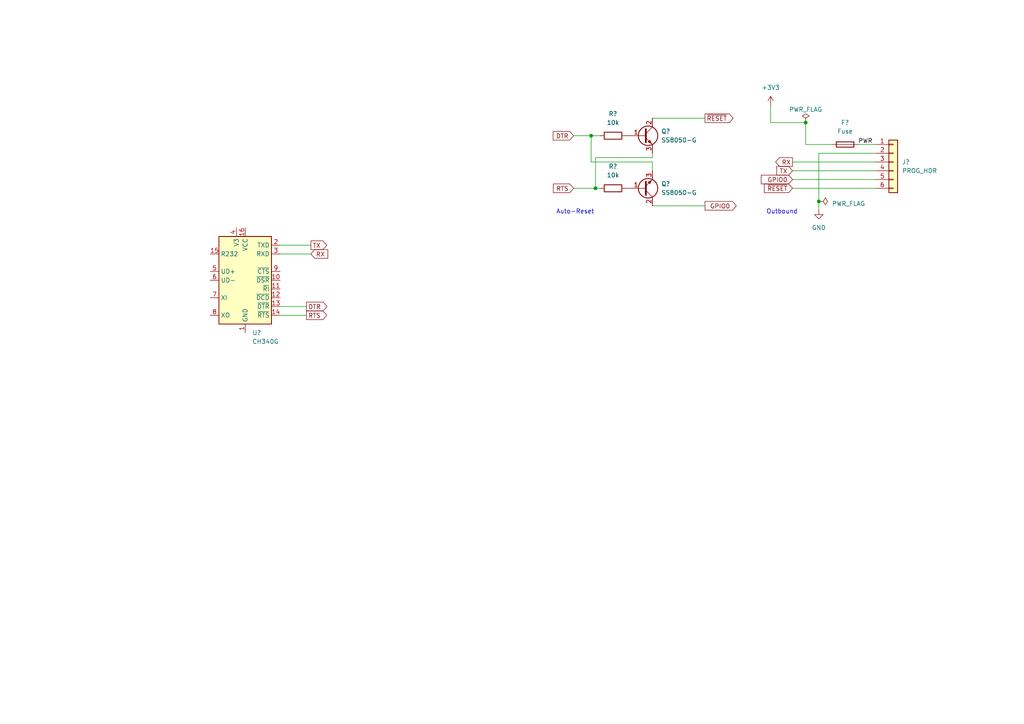
<source format=kicad_sch>
(kicad_sch (version 20230121) (generator eeschema)
  (paper "A4")
  (title_block (company "chof.org"))
  (lib_symbols
    (symbol "Connector_Generic:Conn_01x06" (pin_names (offset 1.016) hide)
      (property "Reference" "J" (at 0 7.62 0))
      (property "Value" "Conn_01x06" (at 0 -10.16 0))
      (symbol "Conn_01x06_1_1"
        (rectangle (start -1.27 -7.493) (end 0 -7.747) (stroke (width 0.1524)))
        (rectangle (start -1.27 -4.953) (end 0 -5.207) (stroke (width 0.1524)))
        (rectangle (start -1.27 -2.413) (end 0 -2.667) (stroke (width 0.1524)))
        (rectangle (start -1.27 0.127) (end 0 -0.127) (stroke (width 0.1524)))
        (rectangle (start -1.27 2.667) (end 0 2.413) (stroke (width 0.1524)))
        (rectangle (start -1.27 5.207) (end 0 4.953) (stroke (width 0.1524)))
        (rectangle (start -1.27 6.35) (end 1.27 -8.89) (stroke (width 0.254)) (fill (type background)))
        (pin passive line (at -5.08 5.08 0) (length 3.81) (name "Pin_1") (number "1"))
        (pin passive line (at -5.08 2.54 0) (length 3.81) (name "Pin_2") (number "2"))
        (pin passive line (at -5.08 0 0) (length 3.81) (name "Pin_3") (number "3"))
        (pin passive line (at -5.08 -2.54 0) (length 3.81) (name "Pin_4") (number "4"))
        (pin passive line (at -5.08 -5.08 0) (length 3.81) (name "Pin_5") (number "5"))
        (pin passive line (at -5.08 -7.62 0) (length 3.81) (name "Pin_6") (number "6"))
      )
    )
    (symbol "Device:Fuse" (pin_numbers hide) (pin_names (offset 0))
      (property "Reference" "F" (at 2.032 0 90))
      (property "Value" "Fuse" (at -1.905 0 90))
      (symbol "Fuse_0_1"
        (rectangle (start -0.762 -2.54) (end 0.762 2.54) (stroke (width 0.254)))
        (polyline (pts (xy 0 2.54) (xy 0 -2.54)))
      )
      (symbol "Fuse_1_1"
        (pin passive line (at 0 3.81 270) (length 1.27) (name "~") (number "1"))
        (pin passive line (at 0 -3.81 90) (length 1.27) (name "~") (number "2"))
      )
    )
    (symbol "Device:Q_NPN_BCE" (pin_names (offset 0) hide)
      (property "Reference" "Q" (at 5.08 1.27 0))
      (property "Value" "Q_NPN_BCE" (at 5.08 -1.27 0))
      (symbol "Q_NPN_BCE_0_1"
        (polyline (pts (xy 0.635 0.635) (xy 2.54 2.54)))
        (polyline (pts (xy 0.635 -0.635) (xy 2.54 -2.54) (xy 2.54 -2.54)))
        (polyline (pts (xy 0.635 1.905) (xy 0.635 -1.905) (xy 0.635 -1.905)) (stroke (width 0.508)))
        (polyline (pts (xy 1.27 -1.778) (xy 1.778 -1.27) (xy 2.286 -2.286) (xy 1.27 -1.778) (xy 1.27 -1.778)) (fill (type outline)))
        (circle (center 1.27 0) (radius 2.8194) (stroke (width 0.254)))
      )
      (symbol "Q_NPN_BCE_1_1"
        (pin input line (at -5.08 0 0) (length 5.715) (name "B") (number "1"))
        (pin passive line (at 2.54 5.08 270) (length 2.54) (name "C") (number "2"))
        (pin passive line (at 2.54 -5.08 90) (length 2.54) (name "E") (number "3"))
      )
    )
    (symbol "Device:R" (pin_numbers hide) (pin_names (offset 0))
      (property "Reference" "R" (at 2.032 0 90))
      (property "Value" "R" (at 0 0 90))
      (symbol "R_0_1"
        (rectangle (start -1.016 -2.54) (end 1.016 2.54) (stroke (width 0.254)))
      )
      (symbol "R_1_1"
        (pin passive line (at 0 3.81 270) (length 1.27) (name "~") (number "1"))
        (pin passive line (at 0 -3.81 90) (length 1.27) (name "~") (number "2"))
      )
    )
    (symbol "Interface_USB:CH340G"
      (property "Reference" "U" (at -5.08 13.97 0))
      (property "Value" "CH340G" (at 1.27 13.97 0))
      (symbol "CH340G_0_1"
        (rectangle (start -7.62 12.7) (end 7.62 -12.7) (stroke (width 0.254)) (fill (type background)))
      )
      (symbol "CH340G_1_1"
        (pin power_in line (at 0 -15.24 90) (length 2.54) (name "GND") (number "1"))
        (pin input line (at 10.16 0 180) (length 2.54) (name "~{DSR}") (number "10"))
        (pin input line (at 10.16 -2.54 180) (length 2.54) (name "~{RI}") (number "11"))
        (pin input line (at 10.16 -5.08 180) (length 2.54) (name "~{DCD}") (number "12"))
        (pin output line (at 10.16 -7.62 180) (length 2.54) (name "~{DTR}") (number "13"))
        (pin output line (at 10.16 -10.16 180) (length 2.54) (name "~{RTS}") (number "14"))
        (pin input line (at -10.16 7.62 0) (length 2.54) (name "R232") (number "15"))
        (pin power_in line (at 0 15.24 270) (length 2.54) (name "VCC") (number "16"))
        (pin output line (at 10.16 10.16 180) (length 2.54) (name "TXD") (number "2"))
        (pin input line (at 10.16 7.62 180) (length 2.54) (name "RXD") (number "3"))
        (pin passive line (at -2.54 15.24 270) (length 2.54) (name "V3") (number "4"))
        (pin bidirectional line (at -10.16 2.54 0) (length 2.54) (name "UD+") (number "5"))
        (pin bidirectional line (at -10.16 0 0) (length 2.54) (name "UD-") (number "6"))
        (pin input line (at -10.16 -5.08 0) (length 2.54) (name "XI") (number "7"))
        (pin output line (at -10.16 -10.16 0) (length 2.54) (name "XO") (number "8"))
        (pin input line (at 10.16 2.54 180) (length 2.54) (name "~{CTS}") (number "9"))
      )
    )
    (symbol "power:+3V3" (power) (pin_names (offset 0))
      (property "Value" "+3V3" (at 0 3.556 0))
      (symbol "+3V3_0_1"
        (polyline (pts (xy -0.762 1.27) (xy 0 2.54)))
        (polyline (pts (xy 0 0) (xy 0 2.54)))
        (polyline (pts (xy 0 2.54) (xy 0.762 1.27)))
      )
      (symbol "+3V3_1_1"
        (pin power_in line (at 0 0 90) (length 0) hide (name "+3V3") (number "1"))
      )
    )
    (symbol "power:GND" (power) (pin_names (offset 0))
      (property "Value" "GND" (at 0 -3.81 0))
      (symbol "GND_0_1"
        (polyline (pts (xy 0 0) (xy 0 -1.27) (xy 1.27 -1.27) (xy 0 -2.54) (xy -1.27 -1.27) (xy 0 -1.27)))
      )
      (symbol "GND_1_1"
        (pin power_in line (at 0 0 270) (length 0) hide (name "GND") (number "1"))
      )
    )
    (symbol "power:PWR_FLAG" (power) (pin_numbers hide) (pin_names (offset 0) hide)
      (property "Value" "PWR_FLAG" (at 0 3.81 0))
      (symbol "PWR_FLAG_0_0"
        (pin power_out line (at 0 0 90) (length 0) (name "pwr") (number "1"))
      )
      (symbol "PWR_FLAG_0_1"
        (polyline (pts (xy 0 0) (xy 0 1.27) (xy -1.016 1.905) (xy 0 2.54) (xy 1.016 1.905) (xy 0 1.27)))
      )
    )
  )
  (junction (at 233.68 35.56))
  (junction (at 171.45 39.37))
  (junction (at 172.72 54.61))
  (junction (at 237.49 58.42))
  (wire (pts (xy 189.23 34.29) (xy 204.47 34.29)))
  (wire (pts (xy 81.28 73.66) (xy 90.17 73.66)))
  (wire (pts (xy 171.45 39.37) (xy 171.45 46.99)))
  (wire (pts (xy 254 44.45) (xy 237.49 44.45)))
  (wire (pts (xy 229.87 52.07) (xy 254 52.07)))
  (wire (pts (xy 171.45 46.99) (xy 189.23 46.99)))
  (wire (pts (xy 229.87 49.53) (xy 254 49.53)))
  (wire (pts (xy 233.68 41.91) (xy 241.3 41.91)))
  (wire (pts (xy 81.28 71.12) (xy 90.17 71.12)))
  (wire (pts (xy 248.92 41.91) (xy 254 41.91)))
  (wire (pts (xy 189.23 59.69) (xy 204.47 59.69)))
  (wire (pts (xy 172.72 45.72) (xy 172.72 54.61)))
  (wire (pts (xy 166.37 54.61) (xy 172.72 54.61)))
  (wire (pts (xy 223.52 35.56) (xy 233.68 35.56)))
  (wire (pts (xy 223.52 30.48) (xy 223.52 35.56)))
  (wire (pts (xy 172.72 45.72) (xy 189.23 45.72)))
  (wire (pts (xy 229.87 54.61) (xy 254 54.61)))
  (wire (pts (xy 189.23 46.99) (xy 189.23 49.53)))
  (wire (pts (xy 237.49 44.45) (xy 237.49 58.42)))
  (wire (pts (xy 229.87 46.99) (xy 254 46.99)))
  (wire (pts (xy 237.49 58.42) (xy 237.49 60.96)))
  (wire (pts (xy 189.23 44.45) (xy 189.23 45.72)))
  (wire (pts (xy 166.37 39.37) (xy 171.45 39.37)))
  (wire (pts (xy 172.72 54.61) (xy 173.99 54.61)))
  (wire (pts (xy 81.28 88.9) (xy 88.9 88.9)))
  (wire (pts (xy 233.68 35.56) (xy 233.68 41.91)))
  (wire (pts (xy 81.28 91.44) (xy 88.9 91.44)))
  (wire (pts (xy 171.45 39.37) (xy 173.99 39.37)))
  (text "Auto-Reset" (at 161.29 62.23 0) (effects (font (size 1.27 1.27)) (justify left bottom)))
  (text "Outbound" (at 222.25 62.23 0) (effects (font (size 1.27 1.27)) (justify left bottom)))
  (label "PWR" (at 248.92 41.91 0))
  (global_label "RTS" (shape input) (at 166.37 54.61 180) (property "Intersheetrefs" "${INTERSHEET_REFS}" (effects hide)))
  (global_label "TX" (shape input) (at 229.87 49.53 180) (property "Intersheetrefs" "${INTERSHEET_REFS}" (effects hide)))
  (global_label "RX" (shape output) (at 229.87 46.99 180) (property "Intersheetrefs" "${INTERSHEET_REFS}" (effects hide)))
  (global_label " GPIO0" (shape output) (at 204.47 59.69 0) (property "Intersheetrefs" "${INTERSHEET_REFS}" (effects hide)))
  (global_label "DTR" (shape output) (at 88.9 88.9 0) (property "Intersheetrefs" "${INTERSHEET_REFS}" (effects hide)))
  (global_label "TX" (shape output) (at 90.17 71.12 0) (property "Intersheetrefs" "${INTERSHEET_REFS}" (effects hide)))
  (global_label "RTS" (shape output) (at 88.9 91.44 0) (property "Intersheetrefs" "${INTERSHEET_REFS}" (effects hide)))
  (global_label " GPIO0" (shape input) (at 229.87 52.07 180) (property "Intersheetrefs" "${INTERSHEET_REFS}" (effects hide)))
  (global_label "~{RESET}" (shape output) (at 204.47 34.29 0) (property "Intersheetrefs" "${INTERSHEET_REFS}" (effects hide)))
  (global_label "RX" (shape input) (at 90.17 73.66 0) (property "Intersheetrefs" "${INTERSHEET_REFS}" (effects hide)))
  (global_label "DTR" (shape input) (at 166.37 39.37 180) (property "Intersheetrefs" "${INTERSHEET_REFS}" (effects hide)))
  (global_label "~{RESET}" (shape input) (at 229.87 54.61 180) (property "Intersheetrefs" "${INTERSHEET_REFS}" (effects hide)))
  (symbol (lib_id "power:PWR_FLAG") (at 233.68 35.56 0) (unit 1)
    (property "Reference" "#FLG01" (effects hide))
    (property "Value" "PWR_FLAG" (at 233.68 31.75 0))
  )
  (symbol (lib_id "Device:R") (at 177.8 39.37 90) (unit 1)
    (property "Reference" "R?" (at 177.8 33.02 90))
    (property "Value" "10k" (at 177.8 35.56 90))
    (property "Footprint" "Resistor_SMD:R_0603_1608Metric_Pad0.98x0.95mm_HandSolder" (effects hide))
  )
  (symbol (lib_id "power:GND") (at 237.49 60.96 0) (unit 1)
    (property "Reference" "#PWR0102" (effects hide))
    (property "Value" "GND" (at 237.49 66.04 0))
  )
  (symbol (lib_id "power:PWR_FLAG") (at 237.49 58.42 270) (unit 1)
    (property "Reference" "#FLG02" (effects hide))
    (property "Value" "PWR_FLAG" (at 241.3 59.055 90) (effects (justify left)))
  )
  (symbol (lib_id "power:+3V3") (at 223.52 30.48 0) (unit 1)
    (property "Reference" "#PWR0101" (effects hide))
    (property "Value" "+3V3" (at 223.52 25.4 0))
  )
  (symbol (lib_id "Device:Q_NPN_BCE") (at 186.69 39.37 0) (unit 1)
    (property "Reference" "Q?" (at 191.77 38.0999 0) (effects (justify left)))
    (property "Value" "SS8050-G" (at 191.77 40.6399 0) (effects (justify left)))
    (property "Footprint" "Package_TO_SOT_SMD:SOT-23" (effects hide))
  )
  (symbol (lib_id "Device:R") (at 177.8 54.61 90) (unit 1)
    (property "Reference" "R?" (at 177.8 48.26 90))
    (property "Value" "10k" (at 177.8 50.8 90))
    (property "Footprint" "Resistor_SMD:R_0603_1608Metric_Pad0.98x0.95mm_HandSolder" (effects hide))
  )
  (symbol (lib_id "Device:Fuse") (at 245.11 41.91 90) (unit 1)
    (property "Reference" "F?" (at 245.11 35.56 90))
    (property "Value" "Fuse" (at 245.11 38.1 90))
    (property "Footprint" "Fuse:Fuse_1206_3216Metric_Pad1.42x1.75mm_HandSolder" (effects hide))
  )
  (symbol (lib_id "Device:Q_NPN_BCE") (at 186.69 54.61 0) (mirror x) (unit 1)
    (property "Reference" "Q?" (at 191.77 53.3399 0) (effects (justify left)))
    (property "Value" "SS8050-G" (at 191.77 55.8799 0) (effects (justify left)))
    (property "Footprint" "Package_TO_SOT_SMD:SOT-23" (effects hide))
  )
  (symbol (lib_id "Connector_Generic:Conn_01x06") (at 259.08 46.99 0) (unit 1)
    (property "Reference" "J?" (at 261.62 46.9899 0) (effects (justify left)))
    (property "Value" "PROG_HDR" (at 261.62 49.5299 0) (effects (justify left)))
    (property "Footprint" "Connector_PinHeader_2.54mm:PinHeader_1x06_P2.54mm_Horizontal" (effects hide))
  )
  (symbol (lib_id "Interface_USB:CH340G") (at 71.12 81.28 0) (unit 1)
    (property "Reference" "U?" (at 73.1394 96.52 0) (effects (justify left)))
    (property "Value" "CH340G" (at 73.1394 99.06 0) (effects (justify left)))
    (property "Footprint" "Package_SO:SOIC-16_3.9x9.9mm_P1.27mm" (effects hide))
    (property "Datasheet" "http://www.datasheet5.com/pdf-local-2195953" (effects hide))
  )
)
</source>
